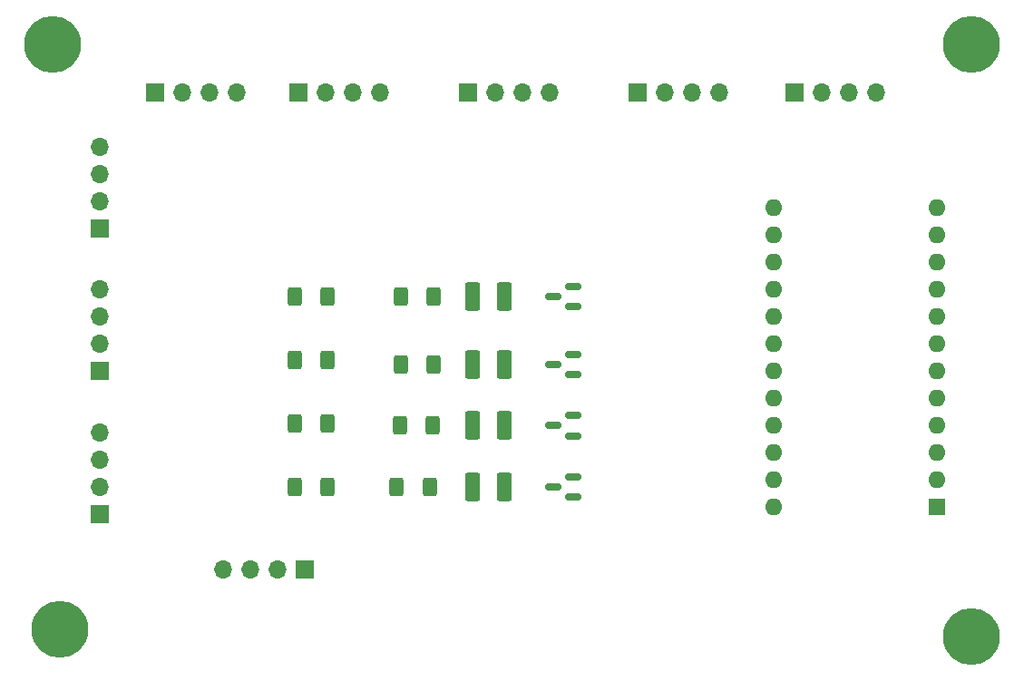
<source format=gbr>
%TF.GenerationSoftware,KiCad,Pcbnew,(6.0.4)*%
%TF.CreationDate,2022-05-05T20:35:19-04:00*%
%TF.ProjectId,mainboard,6d61696e-626f-4617-9264-2e6b69636164,0.0*%
%TF.SameCoordinates,Original*%
%TF.FileFunction,Soldermask,Top*%
%TF.FilePolarity,Negative*%
%FSLAX46Y46*%
G04 Gerber Fmt 4.6, Leading zero omitted, Abs format (unit mm)*
G04 Created by KiCad (PCBNEW (6.0.4)) date 2022-05-05 20:35:19*
%MOMM*%
%LPD*%
G01*
G04 APERTURE LIST*
G04 Aperture macros list*
%AMRoundRect*
0 Rectangle with rounded corners*
0 $1 Rounding radius*
0 $2 $3 $4 $5 $6 $7 $8 $9 X,Y pos of 4 corners*
0 Add a 4 corners polygon primitive as box body*
4,1,4,$2,$3,$4,$5,$6,$7,$8,$9,$2,$3,0*
0 Add four circle primitives for the rounded corners*
1,1,$1+$1,$2,$3*
1,1,$1+$1,$4,$5*
1,1,$1+$1,$6,$7*
1,1,$1+$1,$8,$9*
0 Add four rect primitives between the rounded corners*
20,1,$1+$1,$2,$3,$4,$5,0*
20,1,$1+$1,$4,$5,$6,$7,0*
20,1,$1+$1,$6,$7,$8,$9,0*
20,1,$1+$1,$8,$9,$2,$3,0*%
G04 Aperture macros list end*
%ADD10R,1.700000X1.700000*%
%ADD11O,1.700000X1.700000*%
%ADD12RoundRect,0.250001X0.462499X1.074999X-0.462499X1.074999X-0.462499X-1.074999X0.462499X-1.074999X0*%
%ADD13C,5.300000*%
%ADD14RoundRect,0.250000X0.400000X0.625000X-0.400000X0.625000X-0.400000X-0.625000X0.400000X-0.625000X0*%
%ADD15RoundRect,0.150000X0.587500X0.150000X-0.587500X0.150000X-0.587500X-0.150000X0.587500X-0.150000X0*%
%ADD16RoundRect,0.250000X-0.400000X-0.625000X0.400000X-0.625000X0.400000X0.625000X-0.400000X0.625000X0*%
%ADD17R,1.600000X1.600000*%
%ADD18O,1.600000X1.600000*%
G04 APERTURE END LIST*
D10*
%TO.C,J6*%
X62795000Y-55870000D03*
D11*
X62795000Y-53330000D03*
X62795000Y-50790000D03*
X62795000Y-48250000D03*
%TD*%
D12*
%TO.C,D1*%
X100547500Y-62230000D03*
X97572500Y-62230000D03*
%TD*%
%TO.C,D3*%
X100547500Y-74295000D03*
X97572500Y-74295000D03*
%TD*%
%TO.C,D2*%
X100547500Y-68580000D03*
X97572500Y-68580000D03*
%TD*%
%TO.C,D4*%
X100547500Y-80010000D03*
X97572500Y-80010000D03*
%TD*%
D13*
%TO.C,H4*%
X59055000Y-93345000D03*
%TD*%
%TO.C,H3*%
X144145000Y-93980000D03*
%TD*%
%TO.C,H2*%
X144145000Y-38735000D03*
%TD*%
%TO.C,H1*%
X58420000Y-38735000D03*
%TD*%
D14*
%TO.C,R6*%
X84100000Y-80010000D03*
X81000000Y-80010000D03*
%TD*%
D15*
%TO.C,Q1*%
X106982500Y-63180000D03*
X106982500Y-61280000D03*
X105107500Y-62230000D03*
%TD*%
D14*
%TO.C,R4*%
X84100000Y-74083332D03*
X81000000Y-74083332D03*
%TD*%
D15*
%TO.C,Q2*%
X106982500Y-69530000D03*
X106982500Y-67630000D03*
X105107500Y-68580000D03*
%TD*%
D16*
%TO.C,R7*%
X90805000Y-74295000D03*
X93905000Y-74295000D03*
%TD*%
D10*
%TO.C,J1*%
X127625000Y-43170000D03*
D11*
X130165000Y-43170000D03*
X132705000Y-43170000D03*
X135245000Y-43170000D03*
%TD*%
D15*
%TO.C,Q4*%
X106982500Y-80960000D03*
X106982500Y-79060000D03*
X105107500Y-80010000D03*
%TD*%
D10*
%TO.C,J5*%
X67935000Y-43170000D03*
D11*
X70475000Y-43170000D03*
X73015000Y-43170000D03*
X75555000Y-43170000D03*
%TD*%
D10*
%TO.C,J3*%
X97215000Y-43180000D03*
D11*
X99755000Y-43180000D03*
X102295000Y-43180000D03*
X104835000Y-43180000D03*
%TD*%
D10*
%TO.C,J9*%
X81905000Y-87700000D03*
D11*
X79365000Y-87700000D03*
X76825000Y-87700000D03*
X74285000Y-87700000D03*
%TD*%
D10*
%TO.C,J8*%
X62795000Y-82540000D03*
D11*
X62795000Y-80000000D03*
X62795000Y-77460000D03*
X62795000Y-74920000D03*
%TD*%
D16*
%TO.C,R5*%
X90880000Y-68580000D03*
X93980000Y-68580000D03*
%TD*%
D10*
%TO.C,J7*%
X62795000Y-69205000D03*
D11*
X62795000Y-66665000D03*
X62795000Y-64125000D03*
X62795000Y-61585000D03*
%TD*%
D14*
%TO.C,R2*%
X84100000Y-68156666D03*
X81000000Y-68156666D03*
%TD*%
D10*
%TO.C,J2*%
X113030000Y-43180000D03*
D11*
X115570000Y-43180000D03*
X118110000Y-43180000D03*
X120650000Y-43180000D03*
%TD*%
D10*
%TO.C,J4*%
X81340000Y-43180000D03*
D11*
X83880000Y-43180000D03*
X86420000Y-43180000D03*
X88960000Y-43180000D03*
%TD*%
D17*
%TO.C,U2*%
X140970000Y-81915000D03*
D18*
X140970000Y-79375000D03*
X140970000Y-76835000D03*
X140970000Y-74295000D03*
X140970000Y-71755000D03*
X140970000Y-69215000D03*
X140970000Y-66675000D03*
X140970000Y-64135000D03*
X140970000Y-61595000D03*
X140970000Y-59055000D03*
X140970000Y-56515000D03*
X140970000Y-53975000D03*
X125730000Y-53975000D03*
X125730000Y-56515000D03*
X125730000Y-59055000D03*
X125730000Y-61595000D03*
X125730000Y-64135000D03*
X125730000Y-66675000D03*
X125730000Y-69215000D03*
X125730000Y-71755000D03*
X125730000Y-74295000D03*
X125730000Y-76835000D03*
X125730000Y-79375000D03*
X125730000Y-81915000D03*
%TD*%
D14*
%TO.C,R1*%
X84100000Y-62230000D03*
X81000000Y-62230000D03*
%TD*%
D16*
%TO.C,R8*%
X90525000Y-80010000D03*
X93625000Y-80010000D03*
%TD*%
D15*
%TO.C,Q3*%
X106982500Y-75245000D03*
X106982500Y-73345000D03*
X105107500Y-74295000D03*
%TD*%
D16*
%TO.C,R3*%
X90880000Y-62230000D03*
X93980000Y-62230000D03*
%TD*%
M02*

</source>
